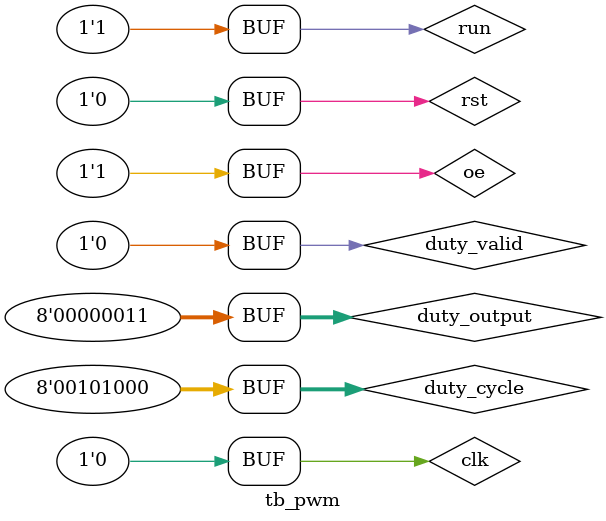
<source format=sv>
`timescale 1ns / 1ps

module tb_pwm;

  logic clk;
  logic rst;
  logic [254:0] toto;
  logic run;
  logic oe;
  logic [7:0] duty_cycle;
  logic [$clog2(255)-1:0] duty_output;
  logic duty_valid;

  parameter int CLOCK_PERIOD = 10;

  pwm #(
      .CLK_SCALER(100),
      .RESET_DUTY_CYCLE(20),
      .MIN_DUTY(20),
      .MAX_DUTY(80),
      .NB_OUTPUTS(255)
  ) DUT (
      .clk(clk),
      .rst(rst),
      .run(run),
      .duty_output(duty_output),
      .duty_cycle(duty_cycle),
      .duty_valid(duty_valid),
      .oe(oe),
      .out(toto)
  );

  initial begin
    clk = 0;
    repeat (10000) begin
      #(CLOCK_PERIOD / 2) clk = ~clk;
    end
  end

  initial begin
    rst = 0;
    oe = 1;
    run = 1;
    duty_output = 0;
    duty_cycle = 0;
    duty_valid = 0;
    #10;
    rst = 1;
    #30;
    rst = 0;
    #100;
    duty_output = 0;
    duty_cycle  = 60;
    duty_valid  = 1;
    #10;
    duty_valid = 0;
    #30;
    duty_output = 3;
    duty_cycle  = 40;
    duty_valid  = 1;
    #10;
    duty_valid = 0;
  end

endmodule

</source>
